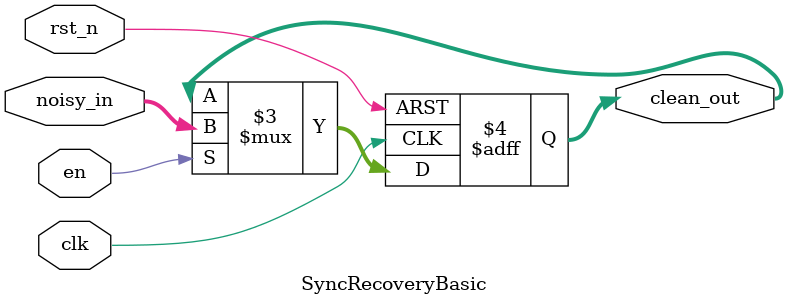
<source format=sv>
module SyncRecoveryBasic #(
    parameter WIDTH = 8
)(
    input wire clk,
    input wire rst_n,
    input wire en,
    input wire [WIDTH-1:0] noisy_in,
    output reg [WIDTH-1:0] clean_out
);

    // 改进的时序逻辑
    always @(posedge clk or negedge rst_n) begin
        if (!rst_n) begin
            clean_out <= {WIDTH{1'b0}};
        end
        else begin
            clean_out <= en ? noisy_in : clean_out;
        end
    end

endmodule
</source>
